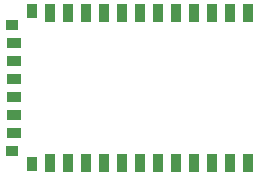
<source format=gtp>
G75*
G70*
%OFA0B0*%
%FSLAX24Y24*%
%IPPOS*%
%LPD*%
%AMOC8*
5,1,8,0,0,1.08239X$1,22.5*
%
%ADD10R,0.0320X0.0600*%
%ADD11R,0.0320X0.0500*%
%ADD12R,0.0400X0.0320*%
%ADD13R,0.0500X0.0320*%
D10*
X015533Y003592D03*
X016133Y003592D03*
X016733Y003592D03*
X017333Y003592D03*
X017933Y003592D03*
X018533Y003592D03*
X019133Y003592D03*
X019733Y003592D03*
X020333Y003592D03*
X020933Y003592D03*
X021533Y003592D03*
X022133Y003592D03*
X022133Y008592D03*
X021533Y008592D03*
X020933Y008592D03*
X020333Y008592D03*
X019733Y008592D03*
X019133Y008592D03*
X018533Y008592D03*
X017933Y008592D03*
X017333Y008592D03*
X016733Y008592D03*
X016133Y008592D03*
X015533Y008592D03*
D11*
X014933Y008642D03*
X014933Y003542D03*
D12*
X014283Y003992D03*
X014283Y008192D03*
D13*
X014333Y007592D03*
X014333Y006992D03*
X014333Y006392D03*
X014333Y005792D03*
X014333Y005192D03*
X014333Y004592D03*
M02*

</source>
